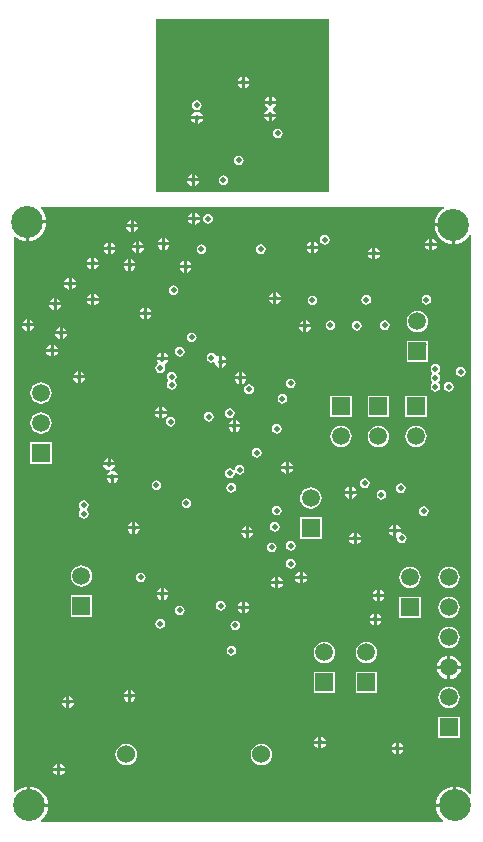
<source format=gbr>
%TF.GenerationSoftware,Altium Limited,Altium Designer,19.1.5 (86)*%
G04 Layer_Physical_Order=3*
G04 Layer_Color=16440176*
%FSLAX26Y26*%
%MOIN*%
%TF.FileFunction,Copper,L3,Inr,Signal*%
%TF.Part,Single*%
G01*
G75*
%TA.AperFunction,Conductor*%
%ADD32C,0.010000*%
%TA.AperFunction,ComponentPad*%
%ADD35R,0.059055X0.059055*%
%ADD36C,0.059055*%
%ADD37C,0.060000*%
%TA.AperFunction,ViaPad*%
%ADD38C,0.020000*%
%ADD39C,0.106299*%
G36*
X3183935Y2120000D02*
X3179746Y2117761D01*
X3170130Y2109870D01*
X3162239Y2100254D01*
X3156375Y2089283D01*
X3152764Y2077380D01*
X3152037Y2070000D01*
X3215000D01*
Y2065000D01*
X3220000D01*
Y2002037D01*
X3227380Y2002764D01*
X3239283Y2006375D01*
X3250254Y2012239D01*
X3259870Y2020130D01*
X3267761Y2029746D01*
X3270000Y2033935D01*
X3275000Y2032682D01*
Y170407D01*
X3270000Y168618D01*
X3264870Y174870D01*
X3255254Y182761D01*
X3244283Y188625D01*
X3232380Y192236D01*
X3225000Y192963D01*
Y130000D01*
X3220000D01*
Y125000D01*
X3157037D01*
X3157764Y117621D01*
X3161375Y105717D01*
X3167239Y94746D01*
X3175130Y85130D01*
X3181382Y80000D01*
X3179593Y75000D01*
X1840407D01*
X1838618Y80000D01*
X1844870Y85130D01*
X1852761Y94746D01*
X1858625Y105717D01*
X1862236Y117621D01*
X1862963Y125000D01*
X1800000D01*
Y130000D01*
X1795000D01*
Y192963D01*
X1787620Y192236D01*
X1775717Y188625D01*
X1764746Y182761D01*
X1755130Y174870D01*
X1754708Y174355D01*
X1750000Y176039D01*
Y2023769D01*
X1755000Y2026134D01*
X1759746Y2022239D01*
X1770717Y2016375D01*
X1782620Y2012764D01*
X1790000Y2012037D01*
Y2075000D01*
X1795000D01*
Y2080000D01*
X1857963D01*
X1857236Y2087380D01*
X1853625Y2099283D01*
X1847761Y2110254D01*
X1839870Y2119870D01*
X1839355Y2120292D01*
X1841039Y2125000D01*
X3182682D01*
X3183935Y2120000D01*
D02*
G37*
G36*
X2800000Y2175000D02*
X2225000D01*
Y2750000D01*
X2800000D01*
Y2175000D01*
D02*
G37*
%LPC*%
G36*
X2355000Y2104759D02*
Y2090362D01*
X2369397D01*
X2368840Y2093165D01*
X2364419Y2099781D01*
X2357804Y2104201D01*
X2355000Y2104759D01*
D02*
G37*
G36*
X2345000D02*
X2342196Y2104201D01*
X2335581Y2099781D01*
X2331160Y2093165D01*
X2330603Y2090362D01*
X2345000D01*
Y2104759D01*
D02*
G37*
G36*
X2396872Y2101675D02*
X2390630Y2100434D01*
X2385337Y2096897D01*
X2381801Y2091605D01*
X2380559Y2085362D01*
X2381801Y2079119D01*
X2385337Y2073826D01*
X2390630Y2070290D01*
X2396872Y2069048D01*
X2403115Y2070290D01*
X2408408Y2073826D01*
X2411944Y2079119D01*
X2413186Y2085362D01*
X2411944Y2091605D01*
X2408408Y2096897D01*
X2403115Y2100434D01*
X2396872Y2101675D01*
D02*
G37*
G36*
X2148900Y2080838D02*
Y2066441D01*
X2163298D01*
X2162740Y2069244D01*
X2158320Y2075860D01*
X2151704Y2080280D01*
X2148900Y2080838D01*
D02*
G37*
G36*
X2138900D02*
X2136097Y2080280D01*
X2129481Y2075860D01*
X2125061Y2069244D01*
X2124503Y2066441D01*
X2138900D01*
Y2080838D01*
D02*
G37*
G36*
X2369397Y2080362D02*
X2355000D01*
Y2065965D01*
X2357804Y2066522D01*
X2364419Y2070943D01*
X2368840Y2077558D01*
X2369397Y2080362D01*
D02*
G37*
G36*
X2345000D02*
X2330603D01*
X2331160Y2077558D01*
X2335581Y2070943D01*
X2342196Y2066522D01*
X2345000Y2065965D01*
Y2080362D01*
D02*
G37*
G36*
X2163298Y2056441D02*
X2148900D01*
Y2042043D01*
X2151704Y2042601D01*
X2158320Y2047021D01*
X2162740Y2053637D01*
X2163298Y2056441D01*
D02*
G37*
G36*
X2138900D02*
X2124503D01*
X2125061Y2053637D01*
X2129481Y2047021D01*
X2136097Y2042601D01*
X2138900Y2042043D01*
Y2056441D01*
D02*
G37*
G36*
X1857963Y2070000D02*
X1800000D01*
Y2012037D01*
X1807380Y2012764D01*
X1819283Y2016375D01*
X1830254Y2022239D01*
X1839870Y2030130D01*
X1847761Y2039746D01*
X1853625Y2050717D01*
X1857236Y2062620D01*
X1857963Y2070000D01*
D02*
G37*
G36*
X2253499Y2020838D02*
Y2006441D01*
X2267897D01*
X2267339Y2009244D01*
X2262919Y2015860D01*
X2256303Y2020280D01*
X2253499Y2020838D01*
D02*
G37*
G36*
X2243499D02*
X2240696Y2020280D01*
X2234080Y2015860D01*
X2229660Y2009244D01*
X2229102Y2006441D01*
X2243499D01*
Y2020838D01*
D02*
G37*
G36*
X3145000Y2019397D02*
Y2005000D01*
X3159397D01*
X3158840Y2007804D01*
X3154419Y2014419D01*
X3147804Y2018840D01*
X3145000Y2019397D01*
D02*
G37*
G36*
X3135000D02*
X3132196Y2018840D01*
X3125581Y2014419D01*
X3121160Y2007804D01*
X3120603Y2005000D01*
X3135000D01*
Y2019397D01*
D02*
G37*
G36*
X3210000Y2060000D02*
X3152037D01*
X3152764Y2052620D01*
X3156375Y2040717D01*
X3162239Y2029746D01*
X3170130Y2020130D01*
X3179746Y2012239D01*
X3190717Y2006375D01*
X3202620Y2002764D01*
X3210000Y2002037D01*
Y2060000D01*
D02*
G37*
G36*
X2786099Y2031313D02*
X2779856Y2030072D01*
X2774563Y2026535D01*
X2771027Y2021243D01*
X2769785Y2015000D01*
X2771027Y2008757D01*
X2774563Y2003465D01*
X2779856Y1999928D01*
X2786099Y1998687D01*
X2792342Y1999928D01*
X2797634Y2003465D01*
X2801171Y2008757D01*
X2802412Y2015000D01*
X2801171Y2021243D01*
X2797634Y2026535D01*
X2792342Y2030072D01*
X2786099Y2031313D01*
D02*
G37*
G36*
X2168094Y2010838D02*
Y1996441D01*
X2182492D01*
X2181934Y1999244D01*
X2177514Y2005860D01*
X2170898Y2010280D01*
X2168094Y2010838D01*
D02*
G37*
G36*
X2158094D02*
X2155291Y2010280D01*
X2148675Y2005860D01*
X2144255Y1999244D01*
X2143697Y1996441D01*
X2158094D01*
Y2010838D01*
D02*
G37*
G36*
X2750000Y2009397D02*
Y1995000D01*
X2764397D01*
X2763840Y1997804D01*
X2759419Y2004419D01*
X2752804Y2008840D01*
X2750000Y2009397D01*
D02*
G37*
G36*
X2740000D02*
X2737196Y2008840D01*
X2730581Y2004419D01*
X2726160Y1997804D01*
X2725603Y1995000D01*
X2740000D01*
Y2009397D01*
D02*
G37*
G36*
X2073349Y2005838D02*
Y1991441D01*
X2087746D01*
X2087189Y1994244D01*
X2082768Y2000860D01*
X2076153Y2005280D01*
X2073349Y2005838D01*
D02*
G37*
G36*
X2063349D02*
X2060546Y2005280D01*
X2053930Y2000860D01*
X2049510Y1994244D01*
X2048952Y1991441D01*
X2063349D01*
Y2005838D01*
D02*
G37*
G36*
X2267897Y1996441D02*
X2253499D01*
Y1982043D01*
X2256303Y1982601D01*
X2262919Y1987021D01*
X2267339Y1993637D01*
X2267897Y1996441D01*
D02*
G37*
G36*
X2243499D02*
X2229102D01*
X2229660Y1993637D01*
X2234080Y1987021D01*
X2240696Y1982601D01*
X2243499Y1982043D01*
Y1996441D01*
D02*
G37*
G36*
X3159397Y1995000D02*
X3145000D01*
Y1980603D01*
X3147804Y1981160D01*
X3154419Y1985581D01*
X3158840Y1992196D01*
X3159397Y1995000D01*
D02*
G37*
G36*
X3135000D02*
X3120603D01*
X3121160Y1992196D01*
X3125581Y1985581D01*
X3132196Y1981160D01*
X3135000Y1980603D01*
Y1995000D01*
D02*
G37*
G36*
X2955000Y1989397D02*
Y1975000D01*
X2969397D01*
X2968840Y1977804D01*
X2964419Y1984419D01*
X2957804Y1988840D01*
X2955000Y1989397D01*
D02*
G37*
G36*
X2945000D02*
X2942196Y1988840D01*
X2935581Y1984419D01*
X2931160Y1977804D01*
X2930603Y1975000D01*
X2945000D01*
Y1989397D01*
D02*
G37*
G36*
X2182492Y1986441D02*
X2168094D01*
Y1972043D01*
X2170898Y1972601D01*
X2177514Y1977021D01*
X2181934Y1983637D01*
X2182492Y1986441D01*
D02*
G37*
G36*
X2158094D02*
X2143697D01*
X2144255Y1983637D01*
X2148675Y1977021D01*
X2155291Y1972601D01*
X2158094Y1972043D01*
Y1986441D01*
D02*
G37*
G36*
X2764397Y1985000D02*
X2750000D01*
Y1970603D01*
X2752804Y1971160D01*
X2759419Y1975581D01*
X2763840Y1982196D01*
X2764397Y1985000D01*
D02*
G37*
G36*
X2740000D02*
X2725603D01*
X2726160Y1982196D01*
X2730581Y1975581D01*
X2737196Y1971160D01*
X2740000Y1970603D01*
Y1985000D01*
D02*
G37*
G36*
X2572417Y2000212D02*
X2566175Y1998970D01*
X2560882Y1995434D01*
X2557346Y1990142D01*
X2556104Y1983899D01*
X2557346Y1977656D01*
X2560882Y1972363D01*
X2566175Y1968827D01*
X2572417Y1967585D01*
X2578660Y1968827D01*
X2583953Y1972363D01*
X2587489Y1977656D01*
X2588731Y1983899D01*
X2587489Y1990142D01*
X2583953Y1995434D01*
X2578660Y1998970D01*
X2572417Y2000212D01*
D02*
G37*
G36*
X2375000D02*
X2368757Y1998970D01*
X2363465Y1995434D01*
X2359928Y1990142D01*
X2358686Y1983899D01*
X2359928Y1977656D01*
X2363465Y1972363D01*
X2368757Y1968827D01*
X2375000Y1967585D01*
X2381243Y1968827D01*
X2386535Y1972363D01*
X2390072Y1977656D01*
X2391314Y1983899D01*
X2390072Y1990142D01*
X2386535Y1995434D01*
X2381243Y1998970D01*
X2375000Y2000212D01*
D02*
G37*
G36*
X2087746Y1981441D02*
X2073349D01*
Y1967043D01*
X2076153Y1967601D01*
X2082768Y1972021D01*
X2087189Y1978637D01*
X2087746Y1981441D01*
D02*
G37*
G36*
X2063349D02*
X2048952D01*
X2049510Y1978637D01*
X2053930Y1972021D01*
X2060546Y1967601D01*
X2063349Y1967043D01*
Y1981441D01*
D02*
G37*
G36*
X2969397Y1965000D02*
X2955000D01*
Y1950603D01*
X2957804Y1951160D01*
X2964419Y1955581D01*
X2968840Y1962196D01*
X2969397Y1965000D01*
D02*
G37*
G36*
X2945000D02*
X2930603D01*
X2931160Y1962196D01*
X2935581Y1955581D01*
X2942196Y1951160D01*
X2945000Y1950603D01*
Y1965000D01*
D02*
G37*
G36*
X2017908Y1955838D02*
Y1941441D01*
X2032306D01*
X2031748Y1944244D01*
X2027328Y1950860D01*
X2020712Y1955280D01*
X2017908Y1955838D01*
D02*
G37*
G36*
X2007908D02*
X2005105Y1955280D01*
X1998489Y1950860D01*
X1994069Y1944244D01*
X1993511Y1941441D01*
X2007908D01*
Y1955838D01*
D02*
G37*
G36*
X2140256Y1950838D02*
Y1936441D01*
X2154653D01*
X2154095Y1939244D01*
X2149675Y1945860D01*
X2143059Y1950280D01*
X2140256Y1950838D01*
D02*
G37*
G36*
X2130256D02*
X2127452Y1950280D01*
X2120836Y1945860D01*
X2116416Y1939244D01*
X2115858Y1936441D01*
X2130256D01*
Y1950838D01*
D02*
G37*
G36*
X2326941Y1944851D02*
Y1930454D01*
X2341338D01*
X2340780Y1933257D01*
X2336360Y1939873D01*
X2329744Y1944293D01*
X2326941Y1944851D01*
D02*
G37*
G36*
X2316941D02*
X2314137Y1944293D01*
X2307521Y1939873D01*
X2303101Y1933257D01*
X2302543Y1930454D01*
X2316941D01*
Y1944851D01*
D02*
G37*
G36*
X2032306Y1931441D02*
X2017908D01*
Y1917043D01*
X2020712Y1917601D01*
X2027328Y1922021D01*
X2031748Y1928637D01*
X2032306Y1931441D01*
D02*
G37*
G36*
X2007908D02*
X1993511D01*
X1994069Y1928637D01*
X1998489Y1922021D01*
X2005105Y1917601D01*
X2007908Y1917043D01*
Y1931441D01*
D02*
G37*
G36*
X2154653Y1926441D02*
X2140256D01*
Y1912043D01*
X2143059Y1912601D01*
X2149675Y1917021D01*
X2154095Y1923637D01*
X2154653Y1926441D01*
D02*
G37*
G36*
X2130256D02*
X2115858D01*
X2116416Y1923637D01*
X2120836Y1917021D01*
X2127452Y1912601D01*
X2130256Y1912043D01*
Y1926441D01*
D02*
G37*
G36*
X2341338Y1920454D02*
X2326941D01*
Y1906057D01*
X2329744Y1906614D01*
X2336360Y1911035D01*
X2340780Y1917650D01*
X2341338Y1920454D01*
D02*
G37*
G36*
X2316941D02*
X2302543D01*
X2303101Y1917650D01*
X2307521Y1911035D01*
X2314137Y1906614D01*
X2316941Y1906057D01*
Y1920454D01*
D02*
G37*
G36*
X1941941Y1888240D02*
Y1873842D01*
X1956338D01*
X1955780Y1876646D01*
X1951360Y1883262D01*
X1944744Y1887682D01*
X1941941Y1888240D01*
D02*
G37*
G36*
X1931941D02*
X1929137Y1887682D01*
X1922521Y1883262D01*
X1918101Y1876646D01*
X1917543Y1873842D01*
X1931941D01*
Y1888240D01*
D02*
G37*
G36*
X1956338Y1863842D02*
X1941941D01*
Y1849445D01*
X1944744Y1850003D01*
X1951360Y1854423D01*
X1955780Y1861039D01*
X1956338Y1863842D01*
D02*
G37*
G36*
X1931941D02*
X1917543D01*
X1918101Y1861039D01*
X1922521Y1854423D01*
X1929137Y1850003D01*
X1931941Y1849445D01*
Y1863842D01*
D02*
G37*
G36*
X2281849Y1863741D02*
X2275606Y1862499D01*
X2270313Y1858963D01*
X2266777Y1853670D01*
X2265535Y1847427D01*
X2266777Y1841184D01*
X2270313Y1835892D01*
X2275606Y1832356D01*
X2281849Y1831114D01*
X2288092Y1832356D01*
X2293384Y1835892D01*
X2296921Y1841184D01*
X2298162Y1847427D01*
X2296921Y1853670D01*
X2293384Y1858963D01*
X2288092Y1862499D01*
X2281849Y1863741D01*
D02*
G37*
G36*
X2625000Y1840384D02*
Y1825987D01*
X2639397D01*
X2638840Y1828790D01*
X2634419Y1835406D01*
X2627804Y1839826D01*
X2625000Y1840384D01*
D02*
G37*
G36*
X2615000D02*
X2612196Y1839826D01*
X2605581Y1835406D01*
X2601160Y1828790D01*
X2600603Y1825987D01*
X2615000D01*
Y1840384D01*
D02*
G37*
G36*
X2018397Y1836662D02*
Y1822265D01*
X2032795D01*
X2032237Y1825068D01*
X2027816Y1831684D01*
X2021201Y1836104D01*
X2018397Y1836662D01*
D02*
G37*
G36*
X2008397D02*
X2005594Y1836104D01*
X1998978Y1831684D01*
X1994558Y1825068D01*
X1994000Y1822265D01*
X2008397D01*
Y1836662D01*
D02*
G37*
G36*
X1891941Y1820838D02*
Y1806441D01*
X1906338D01*
X1905780Y1809244D01*
X1901360Y1815860D01*
X1894744Y1820280D01*
X1891941Y1820838D01*
D02*
G37*
G36*
X1881941D02*
X1879137Y1820280D01*
X1872521Y1815860D01*
X1868101Y1809244D01*
X1867543Y1806441D01*
X1881941D01*
Y1820838D01*
D02*
G37*
G36*
X2639397Y1815987D02*
X2625000D01*
Y1801590D01*
X2627804Y1802147D01*
X2634419Y1806568D01*
X2638840Y1813183D01*
X2639397Y1815987D01*
D02*
G37*
G36*
X2615000D02*
X2600603D01*
X2601160Y1813183D01*
X2605581Y1806568D01*
X2612196Y1802147D01*
X2615000Y1801590D01*
Y1815987D01*
D02*
G37*
G36*
X3125000Y1832140D02*
X3118757Y1830898D01*
X3113465Y1827362D01*
X3109928Y1822070D01*
X3108686Y1815827D01*
X3109928Y1809584D01*
X3113465Y1804291D01*
X3118757Y1800755D01*
X3125000Y1799513D01*
X3131243Y1800755D01*
X3136535Y1804291D01*
X3140072Y1809584D01*
X3141314Y1815827D01*
X3140072Y1822070D01*
X3136535Y1827362D01*
X3131243Y1830898D01*
X3125000Y1832140D01*
D02*
G37*
G36*
X2924472D02*
X2918229Y1830898D01*
X2912937Y1827362D01*
X2909401Y1822070D01*
X2908159Y1815827D01*
X2909401Y1809584D01*
X2912937Y1804291D01*
X2918229Y1800755D01*
X2924472Y1799513D01*
X2930715Y1800755D01*
X2936008Y1804291D01*
X2939544Y1809584D01*
X2940786Y1815827D01*
X2939544Y1822070D01*
X2936008Y1827362D01*
X2930715Y1830898D01*
X2924472Y1832140D01*
D02*
G37*
G36*
X2032795Y1812265D02*
X2018397D01*
Y1797868D01*
X2021201Y1798425D01*
X2027816Y1802846D01*
X2032237Y1809461D01*
X2032795Y1812265D01*
D02*
G37*
G36*
X2008397D02*
X1994000D01*
X1994558Y1809461D01*
X1998978Y1802846D01*
X2005594Y1798425D01*
X2008397Y1797868D01*
Y1812265D01*
D02*
G37*
G36*
X2745000Y1829518D02*
X2738757Y1828276D01*
X2733465Y1824740D01*
X2729928Y1819448D01*
X2728686Y1813205D01*
X2729928Y1806962D01*
X2733465Y1801669D01*
X2738757Y1798133D01*
X2745000Y1796891D01*
X2751243Y1798133D01*
X2756535Y1801669D01*
X2760072Y1806962D01*
X2761314Y1813205D01*
X2760072Y1819448D01*
X2756535Y1824740D01*
X2751243Y1828276D01*
X2745000Y1829518D01*
D02*
G37*
G36*
X1906338Y1796441D02*
X1891941D01*
Y1782043D01*
X1894744Y1782601D01*
X1901360Y1787021D01*
X1905780Y1793637D01*
X1906338Y1796441D01*
D02*
G37*
G36*
X1881941D02*
X1867543D01*
X1868101Y1793637D01*
X1872521Y1787021D01*
X1879137Y1782601D01*
X1881941Y1782043D01*
Y1796441D01*
D02*
G37*
G36*
X2193120Y1789954D02*
Y1775556D01*
X2207518D01*
X2206960Y1778360D01*
X2202540Y1784975D01*
X2195924Y1789396D01*
X2193120Y1789954D01*
D02*
G37*
G36*
X2183120D02*
X2180317Y1789396D01*
X2173701Y1784975D01*
X2169281Y1778360D01*
X2168723Y1775556D01*
X2183120D01*
Y1789954D01*
D02*
G37*
G36*
X2207518Y1765556D02*
X2193120D01*
Y1751159D01*
X2195924Y1751717D01*
X2202540Y1756137D01*
X2206960Y1762753D01*
X2207518Y1765556D01*
D02*
G37*
G36*
X2183120D02*
X2168723D01*
X2169281Y1762753D01*
X2173701Y1756137D01*
X2180317Y1751717D01*
X2183120Y1751159D01*
Y1765556D01*
D02*
G37*
G36*
X1801941Y1750838D02*
Y1736441D01*
X1816338D01*
X1815780Y1739244D01*
X1811360Y1745860D01*
X1804744Y1750280D01*
X1801941Y1750838D01*
D02*
G37*
G36*
X1791941D02*
X1789137Y1750280D01*
X1782521Y1745860D01*
X1778101Y1739244D01*
X1777543Y1736441D01*
X1791941D01*
Y1750838D01*
D02*
G37*
G36*
X2725000Y1747838D02*
Y1733441D01*
X2739397D01*
X2738840Y1736245D01*
X2734419Y1742860D01*
X2727804Y1747281D01*
X2725000Y1747838D01*
D02*
G37*
G36*
X2715000D02*
X2712196Y1747281D01*
X2705581Y1742860D01*
X2701160Y1736245D01*
X2700603Y1733441D01*
X2715000D01*
Y1747838D01*
D02*
G37*
G36*
X2986486Y1747349D02*
X2980243Y1746108D01*
X2974950Y1742571D01*
X2971414Y1737279D01*
X2970172Y1731036D01*
X2971414Y1724793D01*
X2974950Y1719501D01*
X2980243Y1715964D01*
X2986486Y1714722D01*
X2992729Y1715964D01*
X2998021Y1719501D01*
X3001557Y1724793D01*
X3002799Y1731036D01*
X3001557Y1737279D01*
X2998021Y1742571D01*
X2992729Y1746108D01*
X2986486Y1747349D01*
D02*
G37*
G36*
X2805000Y1746853D02*
X2798757Y1745612D01*
X2793465Y1742075D01*
X2789928Y1736783D01*
X2788686Y1730540D01*
X2789928Y1724297D01*
X2793465Y1719005D01*
X2798757Y1715468D01*
X2805000Y1714226D01*
X2811243Y1715468D01*
X2816535Y1719005D01*
X2820072Y1724297D01*
X2821314Y1730540D01*
X2820072Y1736783D01*
X2816535Y1742075D01*
X2811243Y1745612D01*
X2805000Y1746853D01*
D02*
G37*
G36*
X2893347Y1745672D02*
X2887104Y1744431D01*
X2881811Y1740894D01*
X2878275Y1735602D01*
X2877033Y1729359D01*
X2878275Y1723116D01*
X2881811Y1717824D01*
X2887104Y1714287D01*
X2893347Y1713045D01*
X2899589Y1714287D01*
X2904882Y1717824D01*
X2908418Y1723116D01*
X2909660Y1729359D01*
X2908418Y1735602D01*
X2904882Y1740894D01*
X2899589Y1744431D01*
X2893347Y1745672D01*
D02*
G37*
G36*
X1816338Y1726441D02*
X1801941D01*
Y1712043D01*
X1804744Y1712601D01*
X1811360Y1717021D01*
X1815780Y1723637D01*
X1816338Y1726441D01*
D02*
G37*
G36*
X1791941D02*
X1777543D01*
X1778101Y1723637D01*
X1782521Y1717021D01*
X1789137Y1712601D01*
X1791941Y1712043D01*
Y1726441D01*
D02*
G37*
G36*
X1911905Y1724261D02*
Y1709864D01*
X1926303D01*
X1925745Y1712667D01*
X1921324Y1719283D01*
X1914709Y1723703D01*
X1911905Y1724261D01*
D02*
G37*
G36*
X1901905D02*
X1899102Y1723703D01*
X1892486Y1719283D01*
X1888066Y1712667D01*
X1887508Y1709864D01*
X1901905D01*
Y1724261D01*
D02*
G37*
G36*
X2739397Y1723441D02*
X2725000D01*
Y1709044D01*
X2727804Y1709601D01*
X2734419Y1714022D01*
X2738840Y1720638D01*
X2739397Y1723441D01*
D02*
G37*
G36*
X2715000D02*
X2700603D01*
X2701160Y1720638D01*
X2705581Y1714022D01*
X2712196Y1709601D01*
X2715000Y1709044D01*
Y1723441D01*
D02*
G37*
G36*
X3095000Y1779076D02*
X3085726Y1777855D01*
X3077083Y1774275D01*
X3069662Y1768580D01*
X3063967Y1761159D01*
X3060387Y1752516D01*
X3059166Y1743242D01*
X3060387Y1733967D01*
X3063967Y1725325D01*
X3069662Y1717903D01*
X3077083Y1712208D01*
X3085726Y1708629D01*
X3095000Y1707408D01*
X3104274Y1708629D01*
X3112917Y1712208D01*
X3120338Y1717903D01*
X3126033Y1725325D01*
X3129613Y1733967D01*
X3130834Y1743242D01*
X3129613Y1752516D01*
X3126033Y1761159D01*
X3120338Y1768580D01*
X3112917Y1774275D01*
X3104274Y1777855D01*
X3095000Y1779076D01*
D02*
G37*
G36*
X1926303Y1699864D02*
X1911905D01*
Y1685466D01*
X1914709Y1686024D01*
X1921324Y1690445D01*
X1925745Y1697060D01*
X1926303Y1699864D01*
D02*
G37*
G36*
X1901905D02*
X1887508D01*
X1888066Y1697060D01*
X1892486Y1690445D01*
X1899102Y1686024D01*
X1901905Y1685466D01*
Y1699864D01*
D02*
G37*
G36*
X2342196Y1706313D02*
X2335954Y1705072D01*
X2330661Y1701535D01*
X2327125Y1696243D01*
X2325883Y1690000D01*
X2327125Y1683757D01*
X2330661Y1678465D01*
X2335954Y1674928D01*
X2342196Y1673687D01*
X2348439Y1674928D01*
X2353732Y1678465D01*
X2357268Y1683757D01*
X2358510Y1690000D01*
X2357268Y1696243D01*
X2353732Y1701535D01*
X2348439Y1705072D01*
X2342196Y1706313D01*
D02*
G37*
G36*
X1881941Y1665838D02*
Y1651441D01*
X1896338D01*
X1895780Y1654244D01*
X1891360Y1660860D01*
X1884744Y1665280D01*
X1881941Y1665838D01*
D02*
G37*
G36*
X1871941D02*
X1869137Y1665280D01*
X1862521Y1660860D01*
X1858101Y1654244D01*
X1857543Y1651441D01*
X1871941D01*
Y1665838D01*
D02*
G37*
G36*
X1896338Y1641441D02*
X1881941D01*
Y1627043D01*
X1884744Y1627601D01*
X1891360Y1632021D01*
X1895780Y1638637D01*
X1896338Y1641441D01*
D02*
G37*
G36*
X1871941D02*
X1857543D01*
X1858101Y1638637D01*
X1862521Y1632021D01*
X1869137Y1627601D01*
X1871941Y1627043D01*
Y1641441D01*
D02*
G37*
G36*
X2302509Y1659042D02*
X2296266Y1657801D01*
X2290974Y1654264D01*
X2287438Y1648972D01*
X2286196Y1642729D01*
X2287438Y1636486D01*
X2290974Y1631194D01*
X2296266Y1627657D01*
X2302509Y1626415D01*
X2308752Y1627657D01*
X2314045Y1631194D01*
X2317581Y1636486D01*
X2318823Y1642729D01*
X2317581Y1648972D01*
X2314045Y1654264D01*
X2308752Y1657801D01*
X2302509Y1659042D01*
D02*
G37*
G36*
X2249918Y1638891D02*
Y1624493D01*
X2264316D01*
X2263758Y1627297D01*
X2259337Y1633913D01*
X2252722Y1638333D01*
X2249918Y1638891D01*
D02*
G37*
G36*
X2239918D02*
X2237115Y1638333D01*
X2230499Y1633913D01*
X2226079Y1627297D01*
X2225521Y1624493D01*
X2239918D01*
Y1638891D01*
D02*
G37*
G36*
X2443920Y1628543D02*
Y1614146D01*
X2458317D01*
X2457759Y1616949D01*
X2453339Y1623565D01*
X2446723Y1627985D01*
X2443920Y1628543D01*
D02*
G37*
G36*
X3119528Y1678985D02*
X3118443Y1678769D01*
X3059472D01*
Y1607714D01*
X3130528D01*
Y1666685D01*
X3130743Y1667769D01*
X3130528Y1668853D01*
Y1678769D01*
X3120612D01*
X3119528Y1678985D01*
D02*
G37*
G36*
X2458317Y1604146D02*
X2443920D01*
Y1589748D01*
X2446723Y1590306D01*
X2453339Y1594727D01*
X2457759Y1601342D01*
X2458317Y1604146D01*
D02*
G37*
G36*
X2408408Y1638341D02*
X2402165Y1637099D01*
X2396872Y1633563D01*
X2393336Y1628271D01*
X2392094Y1622028D01*
X2393336Y1615785D01*
X2396872Y1610492D01*
X2402165Y1606956D01*
X2408408Y1605714D01*
X2413895Y1606806D01*
X2415318Y1606576D01*
X2419513Y1604191D01*
X2420080Y1601342D01*
X2424500Y1594727D01*
X2431116Y1590306D01*
X2433920Y1589748D01*
Y1609146D01*
Y1628543D01*
X2431116Y1627985D01*
X2428925Y1626522D01*
X2423772Y1628177D01*
X2423190Y1628703D01*
X2419943Y1633563D01*
X2414651Y1637099D01*
X2408408Y1638341D01*
D02*
G37*
G36*
X2264316Y1614493D02*
X2225521D01*
X2226079Y1611690D01*
X2229314Y1606848D01*
X2228879Y1601326D01*
X2228482Y1600409D01*
X2226523Y1599099D01*
X2222986Y1593807D01*
X2221744Y1587564D01*
X2222986Y1581321D01*
X2226523Y1576028D01*
X2231815Y1572492D01*
X2238058Y1571250D01*
X2244301Y1572492D01*
X2249593Y1576028D01*
X2253130Y1581321D01*
X2254371Y1587564D01*
X2253130Y1593807D01*
X2252050Y1595422D01*
X2252722Y1600654D01*
X2259337Y1605074D01*
X2263758Y1611690D01*
X2264316Y1614493D01*
D02*
G37*
G36*
X1972190Y1577724D02*
Y1563327D01*
X1986588D01*
X1986030Y1566130D01*
X1981610Y1572746D01*
X1974994Y1577167D01*
X1972190Y1577724D01*
D02*
G37*
G36*
X1962190D02*
X1959387Y1577167D01*
X1952771Y1572746D01*
X1948351Y1566130D01*
X1947793Y1563327D01*
X1962190D01*
Y1577724D01*
D02*
G37*
G36*
X2510000Y1574397D02*
Y1560000D01*
X2524397D01*
X2523840Y1562804D01*
X2519419Y1569419D01*
X2512804Y1573840D01*
X2510000Y1574397D01*
D02*
G37*
G36*
X2500000D02*
X2497196Y1573840D01*
X2490581Y1569419D01*
X2486160Y1562804D01*
X2485603Y1560000D01*
X2500000D01*
Y1574397D01*
D02*
G37*
G36*
X3240000Y1591313D02*
X3233757Y1590072D01*
X3228465Y1586535D01*
X3224928Y1581243D01*
X3223686Y1575000D01*
X3224928Y1568757D01*
X3228465Y1563465D01*
X3233757Y1559928D01*
X3240000Y1558687D01*
X3246243Y1559928D01*
X3251535Y1563465D01*
X3255072Y1568757D01*
X3256314Y1575000D01*
X3255072Y1581243D01*
X3251535Y1586535D01*
X3246243Y1590072D01*
X3240000Y1591313D01*
D02*
G37*
G36*
X1986588Y1553327D02*
X1972190D01*
Y1538930D01*
X1974994Y1539487D01*
X1981610Y1543908D01*
X1986030Y1550523D01*
X1986588Y1553327D01*
D02*
G37*
G36*
X1962190D02*
X1947793D01*
X1948351Y1550523D01*
X1952771Y1543908D01*
X1959387Y1539487D01*
X1962190Y1538930D01*
Y1553327D01*
D02*
G37*
G36*
X2524397Y1550000D02*
X2510000D01*
Y1535603D01*
X2512804Y1536160D01*
X2519419Y1540581D01*
X2523840Y1547196D01*
X2524397Y1550000D01*
D02*
G37*
G36*
X2500000D02*
X2485603D01*
X2486160Y1547196D01*
X2490581Y1540581D01*
X2497196Y1536160D01*
X2500000Y1535603D01*
Y1550000D01*
D02*
G37*
G36*
X2672474Y1552759D02*
X2666231Y1551517D01*
X2660939Y1547981D01*
X2657403Y1542688D01*
X2656161Y1536446D01*
X2657403Y1530203D01*
X2660939Y1524910D01*
X2666231Y1521374D01*
X2672474Y1520132D01*
X2678717Y1521374D01*
X2684010Y1524910D01*
X2687546Y1530203D01*
X2688788Y1536446D01*
X2687546Y1542688D01*
X2684010Y1547981D01*
X2678717Y1551517D01*
X2672474Y1552759D01*
D02*
G37*
G36*
X2276559Y1576039D02*
X2270316Y1574797D01*
X2265023Y1571260D01*
X2261487Y1565968D01*
X2260245Y1559725D01*
X2261487Y1553482D01*
X2265023Y1548190D01*
Y1543422D01*
X2261487Y1538129D01*
X2260245Y1531886D01*
X2261487Y1525643D01*
X2265023Y1520351D01*
X2270316Y1516815D01*
X2276559Y1515573D01*
X2282802Y1516815D01*
X2288094Y1520351D01*
X2291631Y1525643D01*
X2292872Y1531886D01*
X2291631Y1538129D01*
X2288094Y1543422D01*
Y1548190D01*
X2291631Y1553482D01*
X2292872Y1559725D01*
X2291631Y1565968D01*
X2288094Y1571260D01*
X2282802Y1574797D01*
X2276559Y1576039D01*
D02*
G37*
G36*
X3200000Y1541313D02*
X3193757Y1540072D01*
X3188465Y1536535D01*
X3184928Y1531243D01*
X3183686Y1525000D01*
X3184928Y1518757D01*
X3188465Y1513465D01*
X3193757Y1509928D01*
X3200000Y1508687D01*
X3206243Y1509928D01*
X3211535Y1513465D01*
X3215072Y1518757D01*
X3216314Y1525000D01*
X3215072Y1531243D01*
X3211535Y1536535D01*
X3206243Y1540072D01*
X3200000Y1541313D01*
D02*
G37*
G36*
X3155000Y1601313D02*
X3148757Y1600072D01*
X3143465Y1596535D01*
X3139928Y1591243D01*
X3138686Y1585000D01*
X3139928Y1578757D01*
X3143465Y1573465D01*
X3144908Y1572500D01*
Y1567500D01*
X3143465Y1566535D01*
X3139928Y1561243D01*
X3138686Y1555000D01*
X3139928Y1548757D01*
X3143465Y1543465D01*
X3144908Y1542500D01*
Y1537500D01*
X3143465Y1536535D01*
X3139928Y1531243D01*
X3138686Y1525000D01*
X3139928Y1518757D01*
X3143465Y1513465D01*
X3148757Y1509928D01*
X3155000Y1508687D01*
X3161243Y1509928D01*
X3166535Y1513465D01*
X3170072Y1518757D01*
X3171314Y1525000D01*
X3170072Y1531243D01*
X3166535Y1536535D01*
X3165092Y1537500D01*
Y1542500D01*
X3166535Y1543465D01*
X3170072Y1548757D01*
X3171314Y1555000D01*
X3170072Y1561243D01*
X3166535Y1566535D01*
X3165092Y1567500D01*
Y1572500D01*
X3166535Y1573465D01*
X3170072Y1578757D01*
X3171314Y1585000D01*
X3170072Y1591243D01*
X3166535Y1596535D01*
X3161243Y1600072D01*
X3155000Y1601313D01*
D02*
G37*
G36*
X2533425Y1533781D02*
X2527182Y1532539D01*
X2521890Y1529003D01*
X2518353Y1523710D01*
X2517111Y1517467D01*
X2518353Y1511224D01*
X2521890Y1505932D01*
X2527182Y1502395D01*
X2533425Y1501154D01*
X2539668Y1502395D01*
X2544960Y1505932D01*
X2548497Y1511224D01*
X2549738Y1517467D01*
X2548497Y1523710D01*
X2544960Y1529003D01*
X2539668Y1532539D01*
X2533425Y1533781D01*
D02*
G37*
G36*
X1840000Y1540834D02*
X1830726Y1539613D01*
X1822083Y1536033D01*
X1814661Y1530339D01*
X1808967Y1522917D01*
X1805387Y1514274D01*
X1804166Y1505000D01*
X1805387Y1495726D01*
X1808967Y1487083D01*
X1814661Y1479661D01*
X1822083Y1473967D01*
X1830726Y1470387D01*
X1840000Y1469166D01*
X1849274Y1470387D01*
X1857917Y1473967D01*
X1865339Y1479661D01*
X1871033Y1487083D01*
X1874613Y1495726D01*
X1875834Y1505000D01*
X1874613Y1514274D01*
X1871033Y1522917D01*
X1865339Y1530339D01*
X1857917Y1536033D01*
X1849274Y1539613D01*
X1840000Y1540834D01*
D02*
G37*
G36*
X2645000Y1501313D02*
X2638757Y1500072D01*
X2633465Y1496535D01*
X2629928Y1491243D01*
X2628686Y1485000D01*
X2629928Y1478757D01*
X2633465Y1473465D01*
X2638757Y1469928D01*
X2645000Y1468687D01*
X2651243Y1469928D01*
X2656535Y1473465D01*
X2660072Y1478757D01*
X2661314Y1485000D01*
X2660072Y1491243D01*
X2656535Y1496535D01*
X2651243Y1500072D01*
X2645000Y1501313D01*
D02*
G37*
G36*
X2245000Y1459397D02*
Y1445000D01*
X2259397D01*
X2258840Y1447804D01*
X2254419Y1454419D01*
X2247804Y1458840D01*
X2245000Y1459397D01*
D02*
G37*
G36*
X2235000D02*
X2232196Y1458840D01*
X2225581Y1454419D01*
X2221160Y1447804D01*
X2220603Y1445000D01*
X2235000D01*
Y1459397D01*
D02*
G37*
G36*
X3125528Y1495527D02*
X3054472D01*
Y1424473D01*
X3125528D01*
Y1495527D01*
D02*
G37*
G36*
X3000528D02*
X2929472D01*
Y1424473D01*
X3000528D01*
Y1495527D01*
D02*
G37*
G36*
X2875528D02*
X2804472D01*
Y1424473D01*
X2875528D01*
Y1495527D01*
D02*
G37*
G36*
X2469431Y1453548D02*
X2463189Y1452306D01*
X2457896Y1448770D01*
X2454360Y1443477D01*
X2453118Y1437234D01*
X2454360Y1430991D01*
X2457896Y1425699D01*
X2463189Y1422162D01*
X2469431Y1420921D01*
X2475674Y1422162D01*
X2480967Y1425699D01*
X2484503Y1430991D01*
X2485745Y1437234D01*
X2484503Y1443477D01*
X2480967Y1448770D01*
X2475674Y1452306D01*
X2469431Y1453548D01*
D02*
G37*
G36*
X2259397Y1435000D02*
X2245000D01*
Y1420603D01*
X2247804Y1421160D01*
X2254419Y1425581D01*
X2258840Y1432196D01*
X2259397Y1435000D01*
D02*
G37*
G36*
X2235000D02*
X2220603D01*
X2221160Y1432196D01*
X2225581Y1425581D01*
X2232196Y1421160D01*
X2235000Y1420603D01*
Y1435000D01*
D02*
G37*
G36*
X2399638Y1442337D02*
X2393396Y1441095D01*
X2388103Y1437559D01*
X2384567Y1432266D01*
X2383325Y1426024D01*
X2384567Y1419781D01*
X2388103Y1414488D01*
X2393396Y1410952D01*
X2399638Y1409710D01*
X2405881Y1410952D01*
X2411174Y1414488D01*
X2414710Y1419781D01*
X2415952Y1426024D01*
X2414710Y1432266D01*
X2411174Y1437559D01*
X2405881Y1441095D01*
X2399638Y1442337D01*
D02*
G37*
G36*
X2490000Y1414397D02*
Y1400000D01*
X2504397D01*
X2503840Y1402804D01*
X2499419Y1409419D01*
X2492804Y1413840D01*
X2490000Y1414397D01*
D02*
G37*
G36*
X2480000D02*
X2477196Y1413840D01*
X2470581Y1409419D01*
X2466160Y1402804D01*
X2465603Y1400000D01*
X2480000D01*
Y1414397D01*
D02*
G37*
G36*
X2271874Y1425709D02*
X2265631Y1424467D01*
X2260339Y1420931D01*
X2256803Y1415638D01*
X2255561Y1409395D01*
X2256803Y1403152D01*
X2260339Y1397860D01*
X2265631Y1394324D01*
X2271874Y1393082D01*
X2278117Y1394324D01*
X2283410Y1397860D01*
X2286946Y1403152D01*
X2288188Y1409395D01*
X2286946Y1415638D01*
X2283410Y1420931D01*
X2278117Y1424467D01*
X2271874Y1425709D01*
D02*
G37*
G36*
X2504397Y1390000D02*
X2490000D01*
Y1375603D01*
X2492804Y1376160D01*
X2499419Y1380581D01*
X2503840Y1387196D01*
X2504397Y1390000D01*
D02*
G37*
G36*
X2480000D02*
X2465603D01*
X2466160Y1387196D01*
X2470581Y1380581D01*
X2477196Y1376160D01*
X2480000Y1375603D01*
Y1390000D01*
D02*
G37*
G36*
X1840000Y1440834D02*
X1830726Y1439613D01*
X1822083Y1436033D01*
X1814661Y1430339D01*
X1808967Y1422917D01*
X1805387Y1414274D01*
X1804166Y1405000D01*
X1805387Y1395726D01*
X1808967Y1387083D01*
X1814661Y1379661D01*
X1822083Y1373967D01*
X1830726Y1370387D01*
X1840000Y1369166D01*
X1849274Y1370387D01*
X1857917Y1373967D01*
X1865339Y1379661D01*
X1871033Y1387083D01*
X1874613Y1395726D01*
X1875834Y1405000D01*
X1874613Y1414274D01*
X1871033Y1422917D01*
X1865339Y1430339D01*
X1857917Y1436033D01*
X1849274Y1439613D01*
X1840000Y1440834D01*
D02*
G37*
G36*
X2626575Y1401313D02*
X2620332Y1400072D01*
X2615040Y1396535D01*
X2611503Y1391243D01*
X2610262Y1385000D01*
X2611503Y1378757D01*
X2615040Y1373465D01*
X2620332Y1369928D01*
X2626575Y1368687D01*
X2632818Y1369928D01*
X2638110Y1373465D01*
X2641647Y1378757D01*
X2642889Y1385000D01*
X2641647Y1391243D01*
X2638110Y1396535D01*
X2632818Y1400072D01*
X2626575Y1401313D01*
D02*
G37*
G36*
X3090000Y1395834D02*
X3080726Y1394613D01*
X3072083Y1391033D01*
X3064662Y1385339D01*
X3058967Y1377917D01*
X3055387Y1369274D01*
X3054166Y1360000D01*
X3055387Y1350726D01*
X3058967Y1342083D01*
X3064662Y1334661D01*
X3072083Y1328967D01*
X3080726Y1325387D01*
X3090000Y1324166D01*
X3099274Y1325387D01*
X3107917Y1328967D01*
X3115338Y1334661D01*
X3121033Y1342083D01*
X3124613Y1350726D01*
X3125834Y1360000D01*
X3124613Y1369274D01*
X3121033Y1377917D01*
X3115338Y1385339D01*
X3107917Y1391033D01*
X3099274Y1394613D01*
X3090000Y1395834D01*
D02*
G37*
G36*
X2965000D02*
X2955726Y1394613D01*
X2947083Y1391033D01*
X2939662Y1385339D01*
X2933967Y1377917D01*
X2930387Y1369274D01*
X2929166Y1360000D01*
X2930387Y1350726D01*
X2933967Y1342083D01*
X2939662Y1334661D01*
X2947083Y1328967D01*
X2955726Y1325387D01*
X2965000Y1324166D01*
X2974274Y1325387D01*
X2982917Y1328967D01*
X2990338Y1334661D01*
X2996033Y1342083D01*
X2999613Y1350726D01*
X3000834Y1360000D01*
X2999613Y1369274D01*
X2996033Y1377917D01*
X2990338Y1385339D01*
X2982917Y1391033D01*
X2974274Y1394613D01*
X2965000Y1395834D01*
D02*
G37*
G36*
X2840000D02*
X2830726Y1394613D01*
X2822083Y1391033D01*
X2814662Y1385339D01*
X2808967Y1377917D01*
X2805387Y1369274D01*
X2804166Y1360000D01*
X2805387Y1350726D01*
X2808967Y1342083D01*
X2814662Y1334661D01*
X2822083Y1328967D01*
X2830726Y1325387D01*
X2840000Y1324166D01*
X2849274Y1325387D01*
X2857917Y1328967D01*
X2865338Y1334661D01*
X2871033Y1342083D01*
X2874613Y1350726D01*
X2875834Y1360000D01*
X2874613Y1369274D01*
X2871033Y1377917D01*
X2865338Y1385339D01*
X2857917Y1391033D01*
X2849274Y1394613D01*
X2840000Y1395834D01*
D02*
G37*
G36*
X2558877Y1321313D02*
X2552634Y1320072D01*
X2547341Y1316535D01*
X2543805Y1311243D01*
X2542563Y1305000D01*
X2543805Y1298757D01*
X2547341Y1293465D01*
X2552634Y1289928D01*
X2558877Y1288687D01*
X2565120Y1289928D01*
X2570412Y1293465D01*
X2573948Y1298757D01*
X2575190Y1305000D01*
X2573948Y1311243D01*
X2570412Y1316535D01*
X2565120Y1320072D01*
X2558877Y1321313D01*
D02*
G37*
G36*
X2071868Y1287822D02*
Y1273425D01*
X2086265D01*
X2085707Y1276228D01*
X2081287Y1282844D01*
X2074671Y1287264D01*
X2071868Y1287822D01*
D02*
G37*
G36*
X2061868D02*
X2059064Y1287264D01*
X2052449Y1282844D01*
X2048028Y1276228D01*
X2047470Y1273425D01*
X2061868D01*
Y1287822D01*
D02*
G37*
G36*
X1875527Y1340527D02*
X1804473D01*
Y1269473D01*
X1875527D01*
Y1340527D01*
D02*
G37*
G36*
X2665635Y1274983D02*
Y1260586D01*
X2680033D01*
X2679475Y1263389D01*
X2675055Y1270005D01*
X2668439Y1274425D01*
X2665635Y1274983D01*
D02*
G37*
G36*
X2655635D02*
X2652832Y1274425D01*
X2646216Y1270005D01*
X2641796Y1263389D01*
X2641238Y1260586D01*
X2655635D01*
Y1274983D01*
D02*
G37*
G36*
X2502042Y1265636D02*
X2495799Y1264394D01*
X2490506Y1260858D01*
X2486970Y1255565D01*
X2485882Y1250096D01*
X2483369Y1248935D01*
X2480860Y1248524D01*
X2475674Y1251988D01*
X2469431Y1253230D01*
X2463189Y1251988D01*
X2457896Y1248452D01*
X2454360Y1243160D01*
X2453118Y1236917D01*
X2454360Y1230674D01*
X2457896Y1225381D01*
X2463189Y1221845D01*
X2469431Y1220603D01*
X2475674Y1221845D01*
X2480967Y1225381D01*
X2484503Y1230674D01*
X2485591Y1236143D01*
X2488104Y1237303D01*
X2490614Y1237715D01*
X2495799Y1234250D01*
X2502042Y1233009D01*
X2508285Y1234250D01*
X2513577Y1237787D01*
X2517113Y1243079D01*
X2518355Y1249322D01*
X2517113Y1255565D01*
X2513577Y1260858D01*
X2508285Y1264394D01*
X2502042Y1265636D01*
D02*
G37*
G36*
X2680033Y1250586D02*
X2665635D01*
Y1236188D01*
X2668439Y1236746D01*
X2675055Y1241167D01*
X2679475Y1247782D01*
X2680033Y1250586D01*
D02*
G37*
G36*
X2655635D02*
X2641238D01*
X2641796Y1247782D01*
X2646216Y1241167D01*
X2652832Y1236746D01*
X2655635Y1236188D01*
Y1250586D01*
D02*
G37*
G36*
X2086265Y1263425D02*
X2047470D01*
X2048028Y1260621D01*
X2052449Y1254006D01*
X2059064Y1249585D01*
X2066868Y1248033D01*
X2069309Y1248519D01*
X2070621Y1243840D01*
X2064006Y1239419D01*
X2059585Y1232804D01*
X2059028Y1230000D01*
X2097822D01*
X2097265Y1232804D01*
X2092844Y1239419D01*
X2086229Y1243840D01*
X2078425Y1245392D01*
X2075983Y1244906D01*
X2074671Y1249585D01*
X2081287Y1254006D01*
X2085707Y1260621D01*
X2086265Y1263425D01*
D02*
G37*
G36*
X2097822Y1220000D02*
X2083425D01*
Y1205603D01*
X2086229Y1206160D01*
X2092844Y1210581D01*
X2097265Y1217196D01*
X2097822Y1220000D01*
D02*
G37*
G36*
X2073425D02*
X2059028D01*
X2059585Y1217196D01*
X2064006Y1210581D01*
X2070621Y1206160D01*
X2073425Y1205603D01*
Y1220000D01*
D02*
G37*
G36*
X2920000Y1220487D02*
X2913757Y1219245D01*
X2908465Y1215709D01*
X2904928Y1210416D01*
X2903686Y1204173D01*
X2904928Y1197930D01*
X2908465Y1192638D01*
X2913757Y1189101D01*
X2920000Y1187860D01*
X2926243Y1189101D01*
X2931535Y1192638D01*
X2935072Y1197930D01*
X2936314Y1204173D01*
X2935072Y1210416D01*
X2931535Y1215709D01*
X2926243Y1219245D01*
X2920000Y1220487D01*
D02*
G37*
G36*
X2225006Y1213235D02*
X2218763Y1211993D01*
X2213471Y1208457D01*
X2209934Y1203165D01*
X2208693Y1196922D01*
X2209934Y1190679D01*
X2213471Y1185386D01*
X2218763Y1181850D01*
X2225006Y1180608D01*
X2231249Y1181850D01*
X2236542Y1185386D01*
X2240078Y1190679D01*
X2241320Y1196922D01*
X2240078Y1203165D01*
X2236542Y1208457D01*
X2231249Y1211993D01*
X2225006Y1213235D01*
D02*
G37*
G36*
X2877582Y1191760D02*
Y1177362D01*
X2891979D01*
X2891421Y1180166D01*
X2887001Y1186782D01*
X2880385Y1191202D01*
X2877582Y1191760D01*
D02*
G37*
G36*
X2867582D02*
X2864778Y1191202D01*
X2858162Y1186782D01*
X2853742Y1180166D01*
X2853184Y1177362D01*
X2867582D01*
Y1191760D01*
D02*
G37*
G36*
X2474537Y1205495D02*
X2468294Y1204253D01*
X2463002Y1200717D01*
X2459465Y1195425D01*
X2458224Y1189182D01*
X2459465Y1182939D01*
X2463002Y1177646D01*
X2468294Y1174110D01*
X2474537Y1172868D01*
X2480780Y1174110D01*
X2486073Y1177646D01*
X2489609Y1182939D01*
X2490851Y1189182D01*
X2489609Y1195425D01*
X2486073Y1200717D01*
X2480780Y1204253D01*
X2474537Y1205495D01*
D02*
G37*
G36*
X3039406Y1203991D02*
X3033163Y1202749D01*
X3027871Y1199213D01*
X3024334Y1193921D01*
X3023093Y1187678D01*
X3024334Y1181435D01*
X3027871Y1176142D01*
X3033163Y1172606D01*
X3039406Y1171364D01*
X3045649Y1172606D01*
X3050941Y1176142D01*
X3054478Y1181435D01*
X3055720Y1187678D01*
X3054478Y1193921D01*
X3050941Y1199213D01*
X3045649Y1202749D01*
X3039406Y1203991D01*
D02*
G37*
G36*
X2891979Y1167362D02*
X2877582D01*
Y1152965D01*
X2880385Y1153523D01*
X2887001Y1157943D01*
X2891421Y1164559D01*
X2891979Y1167362D01*
D02*
G37*
G36*
X2867582D02*
X2853184D01*
X2853742Y1164559D01*
X2858162Y1157943D01*
X2864778Y1153523D01*
X2867582Y1152965D01*
Y1167362D01*
D02*
G37*
G36*
X2975000Y1181313D02*
X2968757Y1180072D01*
X2963465Y1176535D01*
X2959928Y1171243D01*
X2958686Y1165000D01*
X2959928Y1158757D01*
X2963465Y1153465D01*
X2968757Y1149928D01*
X2975000Y1148687D01*
X2981243Y1149928D01*
X2986535Y1153465D01*
X2990072Y1158757D01*
X2991314Y1165000D01*
X2990072Y1171243D01*
X2986535Y1176535D01*
X2981243Y1180072D01*
X2975000Y1181313D01*
D02*
G37*
G36*
X2325000Y1153737D02*
X2318757Y1152495D01*
X2313465Y1148959D01*
X2309928Y1143666D01*
X2308686Y1137424D01*
X2309928Y1131181D01*
X2313465Y1125888D01*
X2318757Y1122352D01*
X2325000Y1121110D01*
X2331243Y1122352D01*
X2336535Y1125888D01*
X2340072Y1131181D01*
X2341314Y1137424D01*
X2340072Y1143666D01*
X2336535Y1148959D01*
X2331243Y1152495D01*
X2325000Y1153737D01*
D02*
G37*
G36*
X2739685Y1190834D02*
X2730411Y1189613D01*
X2721768Y1186033D01*
X2714347Y1180339D01*
X2708652Y1172917D01*
X2705072Y1164274D01*
X2703851Y1155000D01*
X2705072Y1145726D01*
X2708652Y1137083D01*
X2714347Y1129661D01*
X2721768Y1123967D01*
X2730411Y1120387D01*
X2739685Y1119166D01*
X2748960Y1120387D01*
X2757602Y1123967D01*
X2765024Y1129661D01*
X2770718Y1137083D01*
X2774298Y1145726D01*
X2775519Y1155000D01*
X2774298Y1164274D01*
X2770718Y1172917D01*
X2765024Y1180339D01*
X2757602Y1186033D01*
X2748960Y1189613D01*
X2739685Y1190834D01*
D02*
G37*
G36*
X2626575Y1129350D02*
X2620332Y1128108D01*
X2615040Y1124572D01*
X2611503Y1119280D01*
X2610262Y1113037D01*
X2611503Y1106794D01*
X2615040Y1101501D01*
X2620332Y1097965D01*
X2626575Y1096723D01*
X2632818Y1097965D01*
X2638110Y1101501D01*
X2641647Y1106794D01*
X2642889Y1113037D01*
X2641647Y1119280D01*
X2638110Y1124572D01*
X2632818Y1128108D01*
X2626575Y1129350D01*
D02*
G37*
G36*
X3116505Y1127167D02*
X3110262Y1125925D01*
X3104969Y1122389D01*
X3101433Y1117096D01*
X3100191Y1110853D01*
X3101433Y1104610D01*
X3104969Y1099318D01*
X3110262Y1095782D01*
X3116505Y1094540D01*
X3122748Y1095782D01*
X3128040Y1099318D01*
X3131576Y1104610D01*
X3132818Y1110853D01*
X3131576Y1117096D01*
X3128040Y1122389D01*
X3122748Y1125925D01*
X3116505Y1127167D01*
D02*
G37*
G36*
X1982339Y1147597D02*
X1976096Y1146355D01*
X1970803Y1142819D01*
X1967267Y1137526D01*
X1966025Y1131283D01*
X1967267Y1125041D01*
X1970740Y1119843D01*
X1971459Y1118627D01*
Y1114310D01*
X1971270Y1114184D01*
X1967734Y1108891D01*
X1966492Y1102649D01*
X1967734Y1096406D01*
X1971270Y1091113D01*
X1976563Y1087577D01*
X1982806Y1086335D01*
X1989049Y1087577D01*
X1994341Y1091113D01*
X1997878Y1096406D01*
X1999119Y1102649D01*
X1997878Y1108891D01*
X1994405Y1114089D01*
X1993686Y1115305D01*
Y1119622D01*
X1993874Y1119748D01*
X1997410Y1125041D01*
X1998652Y1131283D01*
X1997410Y1137526D01*
X1993874Y1142819D01*
X1988582Y1146355D01*
X1982339Y1147597D01*
D02*
G37*
G36*
X2154396Y1074397D02*
Y1060000D01*
X2168793D01*
X2168235Y1062804D01*
X2163815Y1069419D01*
X2157199Y1073840D01*
X2154396Y1074397D01*
D02*
G37*
G36*
X2144396D02*
X2141592Y1073840D01*
X2134976Y1069419D01*
X2130556Y1062804D01*
X2129998Y1060000D01*
X2144396D01*
Y1074397D01*
D02*
G37*
G36*
X3025000Y1065106D02*
Y1050709D01*
X3039397D01*
X3038840Y1053512D01*
X3034419Y1060128D01*
X3027804Y1064548D01*
X3025000Y1065106D01*
D02*
G37*
G36*
X3015000D02*
X3012196Y1064548D01*
X3005581Y1060128D01*
X3001160Y1053512D01*
X3000603Y1050709D01*
X3015000D01*
Y1065106D01*
D02*
G37*
G36*
X2532345Y1061287D02*
Y1046890D01*
X2546742D01*
X2546184Y1049693D01*
X2541764Y1056309D01*
X2535148Y1060729D01*
X2532345Y1061287D01*
D02*
G37*
G36*
X2522345D02*
X2519541Y1060729D01*
X2512925Y1056309D01*
X2508505Y1049693D01*
X2507947Y1046890D01*
X2522345D01*
Y1061287D01*
D02*
G37*
G36*
X2620000Y1075644D02*
X2613757Y1074403D01*
X2608465Y1070866D01*
X2604928Y1065574D01*
X2603686Y1059331D01*
X2604928Y1053088D01*
X2608465Y1047795D01*
X2613757Y1044259D01*
X2620000Y1043017D01*
X2626243Y1044259D01*
X2631535Y1047795D01*
X2635072Y1053088D01*
X2636314Y1059331D01*
X2635072Y1065574D01*
X2631535Y1070866D01*
X2626243Y1074403D01*
X2620000Y1075644D01*
D02*
G37*
G36*
X2168793Y1050000D02*
X2154396D01*
Y1035603D01*
X2157199Y1036160D01*
X2163815Y1040581D01*
X2168235Y1047196D01*
X2168793Y1050000D01*
D02*
G37*
G36*
X2144396D02*
X2129998D01*
X2130556Y1047196D01*
X2134976Y1040581D01*
X2141592Y1036160D01*
X2144396Y1035603D01*
Y1050000D01*
D02*
G37*
G36*
X3015000Y1040709D02*
X3000603D01*
X3001160Y1037905D01*
X3005581Y1031290D01*
X3012196Y1026869D01*
X3015000Y1026311D01*
Y1040709D01*
D02*
G37*
G36*
X2891890Y1039397D02*
Y1025000D01*
X2906287D01*
X2905729Y1027804D01*
X2901309Y1034419D01*
X2894693Y1038840D01*
X2891890Y1039397D01*
D02*
G37*
G36*
X2881890D02*
X2879086Y1038840D01*
X2872470Y1034419D01*
X2868050Y1027804D01*
X2867492Y1025000D01*
X2881890D01*
Y1039397D01*
D02*
G37*
G36*
X2546742Y1036890D02*
X2532345D01*
Y1022492D01*
X2535148Y1023050D01*
X2541764Y1027471D01*
X2546184Y1034086D01*
X2546742Y1036890D01*
D02*
G37*
G36*
X2522345D02*
X2507947D01*
X2508505Y1034086D01*
X2512925Y1027471D01*
X2519541Y1023050D01*
X2522345Y1022492D01*
Y1036890D01*
D02*
G37*
G36*
X2775213Y1090527D02*
X2704158D01*
Y1019472D01*
X2775213D01*
Y1090527D01*
D02*
G37*
G36*
X3039397Y1040709D02*
X3025000D01*
Y1023952D01*
X3027284Y1021668D01*
X3026953Y1020000D01*
X3028194Y1013757D01*
X3031731Y1008465D01*
X3037023Y1004928D01*
X3043266Y1003687D01*
X3049509Y1004928D01*
X3054802Y1008465D01*
X3058338Y1013757D01*
X3059580Y1020000D01*
X3058338Y1026243D01*
X3054802Y1031535D01*
X3049509Y1035072D01*
X3043266Y1036313D01*
X3039383Y1040639D01*
X3039397Y1040709D01*
D02*
G37*
G36*
X2906287Y1015000D02*
X2891890D01*
Y1000603D01*
X2894693Y1001160D01*
X2901309Y1005581D01*
X2905729Y1012196D01*
X2906287Y1015000D01*
D02*
G37*
G36*
X2881890D02*
X2867492D01*
X2868050Y1012196D01*
X2872470Y1005581D01*
X2879086Y1001160D01*
X2881890Y1000603D01*
Y1015000D01*
D02*
G37*
G36*
X2672474Y1011313D02*
X2666231Y1010072D01*
X2660939Y1006535D01*
X2657403Y1001243D01*
X2656161Y995000D01*
X2657403Y988757D01*
X2660939Y983465D01*
X2666231Y979928D01*
X2672474Y978687D01*
X2678717Y979928D01*
X2684010Y983465D01*
X2687546Y988757D01*
X2688788Y995000D01*
X2687546Y1001243D01*
X2684010Y1006535D01*
X2678717Y1010072D01*
X2672474Y1011313D01*
D02*
G37*
G36*
X2610000Y1006313D02*
X2603757Y1005072D01*
X2598465Y1001535D01*
X2594928Y996243D01*
X2593686Y990000D01*
X2594928Y983757D01*
X2598465Y978465D01*
X2603757Y974928D01*
X2610000Y973687D01*
X2616243Y974928D01*
X2621535Y978465D01*
X2625072Y983757D01*
X2626314Y990000D01*
X2625072Y996243D01*
X2621535Y1001535D01*
X2616243Y1005072D01*
X2610000Y1006313D01*
D02*
G37*
G36*
X2672474Y951313D02*
X2666231Y950072D01*
X2660939Y946535D01*
X2657403Y941243D01*
X2656161Y935000D01*
X2657403Y928757D01*
X2660939Y923465D01*
X2666231Y919928D01*
X2672474Y918687D01*
X2678717Y919928D01*
X2684010Y923465D01*
X2687546Y928757D01*
X2688788Y935000D01*
X2687546Y941243D01*
X2684010Y946535D01*
X2678717Y950072D01*
X2672474Y951313D01*
D02*
G37*
G36*
X2712244Y909397D02*
Y895000D01*
X2726642D01*
X2726084Y897804D01*
X2721663Y904419D01*
X2715048Y908840D01*
X2712244Y909397D01*
D02*
G37*
G36*
X2702244D02*
X2699441Y908840D01*
X2692825Y904419D01*
X2688405Y897804D01*
X2687847Y895000D01*
X2702244D01*
Y909397D01*
D02*
G37*
G36*
X2631575Y892705D02*
Y878307D01*
X2645972D01*
X2645415Y881111D01*
X2640994Y887726D01*
X2634379Y892147D01*
X2631575Y892705D01*
D02*
G37*
G36*
X2621575D02*
X2618771Y892147D01*
X2612156Y887726D01*
X2607735Y881111D01*
X2607178Y878307D01*
X2621575D01*
Y892705D01*
D02*
G37*
G36*
X2172836Y906313D02*
X2166593Y905072D01*
X2161300Y901535D01*
X2157764Y896243D01*
X2156522Y890000D01*
X2157764Y883757D01*
X2161300Y878465D01*
X2166593Y874928D01*
X2172836Y873687D01*
X2179079Y874928D01*
X2184371Y878465D01*
X2187908Y883757D01*
X2189149Y890000D01*
X2187908Y896243D01*
X2184371Y901535D01*
X2179079Y905072D01*
X2172836Y906313D01*
D02*
G37*
G36*
X2726642Y885000D02*
X2712244D01*
Y870603D01*
X2715048Y871160D01*
X2721663Y875581D01*
X2726084Y882196D01*
X2726642Y885000D01*
D02*
G37*
G36*
X2702244D02*
X2687847D01*
X2688405Y882196D01*
X2692825Y875581D01*
X2699441Y871160D01*
X2702244Y870603D01*
Y885000D01*
D02*
G37*
G36*
X1975000Y930834D02*
X1965726Y929613D01*
X1957083Y926033D01*
X1949661Y920338D01*
X1943967Y912917D01*
X1940387Y904274D01*
X1939166Y895000D01*
X1940387Y885726D01*
X1943967Y877083D01*
X1949661Y869662D01*
X1957083Y863967D01*
X1965726Y860387D01*
X1975000Y859166D01*
X1984274Y860387D01*
X1992917Y863967D01*
X2000339Y869662D01*
X2006033Y877083D01*
X2009613Y885726D01*
X2010834Y895000D01*
X2009613Y904274D01*
X2006033Y912917D01*
X2000339Y920338D01*
X1992917Y926033D01*
X1984274Y929613D01*
X1975000Y930834D01*
D02*
G37*
G36*
X3200000Y925834D02*
X3190726Y924613D01*
X3182083Y921033D01*
X3174662Y915338D01*
X3168967Y907917D01*
X3165387Y899274D01*
X3164166Y890000D01*
X3165387Y880726D01*
X3168967Y872083D01*
X3174662Y864662D01*
X3182083Y858967D01*
X3190726Y855387D01*
X3200000Y854166D01*
X3209274Y855387D01*
X3217917Y858967D01*
X3225338Y864662D01*
X3231033Y872083D01*
X3234613Y880726D01*
X3235834Y890000D01*
X3234613Y899274D01*
X3231033Y907917D01*
X3225338Y915338D01*
X3217917Y921033D01*
X3209274Y924613D01*
X3200000Y925834D01*
D02*
G37*
G36*
X3070000D02*
X3060726Y924613D01*
X3052083Y921033D01*
X3044662Y915338D01*
X3038967Y907917D01*
X3035387Y899274D01*
X3034166Y890000D01*
X3035387Y880726D01*
X3038967Y872083D01*
X3044662Y864662D01*
X3052083Y858967D01*
X3060726Y855387D01*
X3070000Y854166D01*
X3079274Y855387D01*
X3087917Y858967D01*
X3095338Y864662D01*
X3101033Y872083D01*
X3104613Y880726D01*
X3105834Y890000D01*
X3104613Y899274D01*
X3101033Y907917D01*
X3095338Y915338D01*
X3087917Y921033D01*
X3079274Y924613D01*
X3070000Y925834D01*
D02*
G37*
G36*
X2645972Y868307D02*
X2631575D01*
Y853910D01*
X2634379Y854468D01*
X2640994Y858888D01*
X2645415Y865504D01*
X2645972Y868307D01*
D02*
G37*
G36*
X2621575D02*
X2607178D01*
X2607735Y865504D01*
X2612156Y858888D01*
X2618771Y854468D01*
X2621575Y853910D01*
Y868307D01*
D02*
G37*
G36*
X2249918Y854397D02*
Y840000D01*
X2264316D01*
X2263758Y842804D01*
X2259337Y849419D01*
X2252722Y853840D01*
X2249918Y854397D01*
D02*
G37*
G36*
X2239918D02*
X2237115Y853840D01*
X2230499Y849419D01*
X2226079Y842804D01*
X2225521Y840000D01*
X2239918D01*
Y854397D01*
D02*
G37*
G36*
X2969646Y849273D02*
Y834876D01*
X2984043D01*
X2983485Y837679D01*
X2979065Y844295D01*
X2972449Y848715D01*
X2969646Y849273D01*
D02*
G37*
G36*
X2959646D02*
X2956842Y848715D01*
X2950227Y844295D01*
X2945806Y837679D01*
X2945248Y834876D01*
X2959646D01*
Y849273D01*
D02*
G37*
G36*
X2264316Y830000D02*
X2249918D01*
Y815603D01*
X2252722Y816160D01*
X2259337Y820581D01*
X2263758Y827196D01*
X2264316Y830000D01*
D02*
G37*
G36*
X2239918D02*
X2225521D01*
X2226079Y827196D01*
X2230499Y820581D01*
X2237115Y816160D01*
X2239918Y815603D01*
Y830000D01*
D02*
G37*
G36*
X2984043Y824876D02*
X2969646D01*
Y810479D01*
X2972449Y811036D01*
X2979065Y815457D01*
X2983485Y822072D01*
X2984043Y824876D01*
D02*
G37*
G36*
X2959646D02*
X2945248D01*
X2945806Y822072D01*
X2950227Y815457D01*
X2956842Y811036D01*
X2959646Y810479D01*
Y824876D01*
D02*
G37*
G36*
X2520000Y808885D02*
Y794488D01*
X2534397D01*
X2533840Y797292D01*
X2529419Y803907D01*
X2522804Y808328D01*
X2520000Y808885D01*
D02*
G37*
G36*
X2510000D02*
X2507196Y808328D01*
X2500581Y803907D01*
X2496160Y797292D01*
X2495603Y794488D01*
X2510000D01*
Y808885D01*
D02*
G37*
G36*
X2438920Y811313D02*
X2432677Y810072D01*
X2427384Y806535D01*
X2423848Y801243D01*
X2422606Y795000D01*
X2423848Y788757D01*
X2427384Y783465D01*
X2432677Y779928D01*
X2438920Y778687D01*
X2445162Y779928D01*
X2450455Y783465D01*
X2453991Y788757D01*
X2455233Y795000D01*
X2453991Y801243D01*
X2450455Y806535D01*
X2445162Y810072D01*
X2438920Y811313D01*
D02*
G37*
G36*
X2534397Y784488D02*
X2520000D01*
Y770091D01*
X2522804Y770649D01*
X2529419Y775069D01*
X2533840Y781685D01*
X2534397Y784488D01*
D02*
G37*
G36*
X2510000D02*
X2495603D01*
X2496160Y781685D01*
X2500581Y775069D01*
X2507196Y770649D01*
X2510000Y770091D01*
Y784488D01*
D02*
G37*
G36*
X2302509Y796313D02*
X2296266Y795072D01*
X2290974Y791535D01*
X2287438Y786243D01*
X2286196Y780000D01*
X2287438Y773757D01*
X2290974Y768465D01*
X2296266Y764928D01*
X2302509Y763687D01*
X2308752Y764928D01*
X2314045Y768465D01*
X2317581Y773757D01*
X2318823Y780000D01*
X2317581Y786243D01*
X2314045Y791535D01*
X2308752Y795072D01*
X2302509Y796313D01*
D02*
G37*
G36*
X2010527Y830528D02*
X1939473D01*
Y759472D01*
X2010527D01*
Y830528D01*
D02*
G37*
G36*
X2960000Y769397D02*
Y755000D01*
X2974397D01*
X2973840Y757804D01*
X2969419Y764419D01*
X2962804Y768840D01*
X2960000Y769397D01*
D02*
G37*
G36*
X2950000D02*
X2947196Y768840D01*
X2940581Y764419D01*
X2936160Y757804D01*
X2935603Y755000D01*
X2950000D01*
Y769397D01*
D02*
G37*
G36*
X3105528Y825528D02*
X3034472D01*
Y754472D01*
X3105528D01*
Y825528D01*
D02*
G37*
G36*
X3200000Y825834D02*
X3190726Y824613D01*
X3182083Y821033D01*
X3174662Y815338D01*
X3168967Y807917D01*
X3165387Y799274D01*
X3164166Y790000D01*
X3165387Y780726D01*
X3168967Y772083D01*
X3174662Y764662D01*
X3182083Y758967D01*
X3190726Y755387D01*
X3200000Y754166D01*
X3209274Y755387D01*
X3217917Y758967D01*
X3225338Y764662D01*
X3231033Y772083D01*
X3234613Y780726D01*
X3235834Y790000D01*
X3234613Y799274D01*
X3231033Y807917D01*
X3225338Y815338D01*
X3217917Y821033D01*
X3209274Y824613D01*
X3200000Y825834D01*
D02*
G37*
G36*
X2974397Y745000D02*
X2960000D01*
Y730603D01*
X2962804Y731160D01*
X2969419Y735581D01*
X2973840Y742196D01*
X2974397Y745000D01*
D02*
G37*
G36*
X2950000D02*
X2935603D01*
X2936160Y742196D01*
X2940581Y735581D01*
X2947196Y731160D01*
X2950000Y730603D01*
Y745000D01*
D02*
G37*
G36*
X2238058Y751595D02*
X2231815Y750353D01*
X2226523Y746817D01*
X2222986Y741524D01*
X2221744Y735281D01*
X2222986Y729038D01*
X2226523Y723746D01*
X2231815Y720209D01*
X2238058Y718968D01*
X2244301Y720209D01*
X2249593Y723746D01*
X2253130Y729038D01*
X2254371Y735281D01*
X2253130Y741524D01*
X2249593Y746817D01*
X2244301Y750353D01*
X2238058Y751595D01*
D02*
G37*
G36*
X2487109Y746313D02*
X2480866Y745072D01*
X2475574Y741535D01*
X2472037Y736243D01*
X2470796Y730000D01*
X2472037Y723757D01*
X2475574Y718465D01*
X2480866Y714928D01*
X2487109Y713687D01*
X2493352Y714928D01*
X2498644Y718465D01*
X2502181Y723757D01*
X2503423Y730000D01*
X2502181Y736243D01*
X2498644Y741535D01*
X2493352Y745072D01*
X2487109Y746313D01*
D02*
G37*
G36*
X3200000Y725834D02*
X3190726Y724613D01*
X3182083Y721033D01*
X3174662Y715338D01*
X3168967Y707917D01*
X3165387Y699274D01*
X3164166Y690000D01*
X3165387Y680726D01*
X3168967Y672083D01*
X3174662Y664662D01*
X3182083Y658967D01*
X3190726Y655387D01*
X3200000Y654166D01*
X3209274Y655387D01*
X3217917Y658967D01*
X3225338Y664662D01*
X3231033Y672083D01*
X3234613Y680726D01*
X3235834Y690000D01*
X3234613Y699274D01*
X3231033Y707917D01*
X3225338Y715338D01*
X3217917Y721033D01*
X3209274Y724613D01*
X3200000Y725834D01*
D02*
G37*
G36*
X2475000Y661313D02*
X2468757Y660072D01*
X2463465Y656535D01*
X2459928Y651243D01*
X2458686Y645000D01*
X2459928Y638757D01*
X2463465Y633465D01*
X2468757Y629928D01*
X2475000Y628687D01*
X2481243Y629928D01*
X2486535Y633465D01*
X2490072Y638757D01*
X2491314Y645000D01*
X2490072Y651243D01*
X2486535Y656535D01*
X2481243Y660072D01*
X2475000Y661313D01*
D02*
G37*
G36*
X2925000Y675834D02*
X2915726Y674613D01*
X2907083Y671033D01*
X2899662Y665338D01*
X2893967Y657917D01*
X2890387Y649274D01*
X2889166Y640000D01*
X2890387Y630726D01*
X2893967Y622083D01*
X2899662Y614662D01*
X2907083Y608967D01*
X2915726Y605387D01*
X2925000Y604166D01*
X2934274Y605387D01*
X2942917Y608967D01*
X2950338Y614662D01*
X2956033Y622083D01*
X2959613Y630726D01*
X2960834Y640000D01*
X2959613Y649274D01*
X2956033Y657917D01*
X2950338Y665338D01*
X2942917Y671033D01*
X2934274Y674613D01*
X2925000Y675834D01*
D02*
G37*
G36*
X2785000D02*
X2775726Y674613D01*
X2767083Y671033D01*
X2759662Y665338D01*
X2753967Y657917D01*
X2750387Y649274D01*
X2749166Y640000D01*
X2750387Y630726D01*
X2753967Y622083D01*
X2759662Y614662D01*
X2767083Y608967D01*
X2775726Y605387D01*
X2785000Y604166D01*
X2794274Y605387D01*
X2802917Y608967D01*
X2810338Y614662D01*
X2816033Y622083D01*
X2819613Y630726D01*
X2820834Y640000D01*
X2819613Y649274D01*
X2816033Y657917D01*
X2810338Y665338D01*
X2802917Y671033D01*
X2794274Y674613D01*
X2785000Y675834D01*
D02*
G37*
G36*
X3205000Y629210D02*
Y595000D01*
X3239210D01*
X3238510Y600319D01*
X3234527Y609934D01*
X3228191Y618191D01*
X3219934Y624527D01*
X3210319Y628510D01*
X3205000Y629210D01*
D02*
G37*
G36*
X3195000D02*
X3189681Y628510D01*
X3180066Y624527D01*
X3171809Y618191D01*
X3165473Y609934D01*
X3161490Y600319D01*
X3160790Y595000D01*
X3195000D01*
Y629210D01*
D02*
G37*
G36*
X3239210Y585000D02*
X3205000D01*
Y550790D01*
X3210319Y551490D01*
X3219934Y555473D01*
X3228191Y561809D01*
X3234527Y570066D01*
X3238510Y579681D01*
X3239210Y585000D01*
D02*
G37*
G36*
X3195000D02*
X3160790D01*
X3161490Y579681D01*
X3165473Y570066D01*
X3171809Y561809D01*
X3180066Y555473D01*
X3189681Y551490D01*
X3195000Y550790D01*
Y585000D01*
D02*
G37*
G36*
X2960528Y575528D02*
X2889472D01*
Y504473D01*
X2960528D01*
Y575528D01*
D02*
G37*
G36*
X2820528D02*
X2749472D01*
Y504473D01*
X2820528D01*
Y575528D01*
D02*
G37*
G36*
X2140476Y514397D02*
Y500000D01*
X2154873D01*
X2154316Y502804D01*
X2149895Y509419D01*
X2143280Y513840D01*
X2140476Y514397D01*
D02*
G37*
G36*
X2130476D02*
X2127673Y513840D01*
X2121057Y509419D01*
X2116637Y502804D01*
X2116079Y500000D01*
X2130476D01*
Y514397D01*
D02*
G37*
G36*
X1935000Y494397D02*
Y480000D01*
X1949397D01*
X1948840Y482804D01*
X1944419Y489419D01*
X1937804Y493840D01*
X1935000Y494397D01*
D02*
G37*
G36*
X1925000D02*
X1922196Y493840D01*
X1915581Y489419D01*
X1911160Y482804D01*
X1910603Y480000D01*
X1925000D01*
Y494397D01*
D02*
G37*
G36*
X2154873Y490000D02*
X2140476D01*
Y475603D01*
X2143280Y476160D01*
X2149895Y480581D01*
X2154316Y487196D01*
X2154873Y490000D01*
D02*
G37*
G36*
X2130476D02*
X2116079D01*
X2116637Y487196D01*
X2121057Y480581D01*
X2127673Y476160D01*
X2130476Y475603D01*
Y490000D01*
D02*
G37*
G36*
X1949397Y470000D02*
X1935000D01*
Y455603D01*
X1937804Y456160D01*
X1944419Y460581D01*
X1948840Y467196D01*
X1949397Y470000D01*
D02*
G37*
G36*
X1925000D02*
X1910603D01*
X1911160Y467196D01*
X1915581Y460581D01*
X1922196Y456160D01*
X1925000Y455603D01*
Y470000D01*
D02*
G37*
G36*
X3200000Y525834D02*
X3190726Y524613D01*
X3182083Y521033D01*
X3174662Y515338D01*
X3168967Y507917D01*
X3165387Y499274D01*
X3164166Y490000D01*
X3165387Y480726D01*
X3168967Y472083D01*
X3174662Y464661D01*
X3182083Y458967D01*
X3190726Y455387D01*
X3200000Y454166D01*
X3209274Y455387D01*
X3217917Y458967D01*
X3225338Y464661D01*
X3231033Y472083D01*
X3234613Y480726D01*
X3235834Y490000D01*
X3234613Y499274D01*
X3231033Y507917D01*
X3225338Y515338D01*
X3217917Y521033D01*
X3209274Y524613D01*
X3200000Y525834D01*
D02*
G37*
G36*
X3235528Y425527D02*
X3164472D01*
Y354473D01*
X3235528D01*
Y425527D01*
D02*
G37*
G36*
X2775000Y359397D02*
Y345000D01*
X2789397D01*
X2788840Y347804D01*
X2784419Y354419D01*
X2777804Y358840D01*
X2775000Y359397D01*
D02*
G37*
G36*
X2765000D02*
X2762196Y358840D01*
X2755581Y354419D01*
X2751160Y347804D01*
X2750603Y345000D01*
X2765000D01*
Y359397D01*
D02*
G37*
G36*
X3033445Y339397D02*
Y325000D01*
X3047842D01*
X3047285Y327804D01*
X3042864Y334419D01*
X3036249Y338840D01*
X3033445Y339397D01*
D02*
G37*
G36*
X3023445D02*
X3020641Y338840D01*
X3014026Y334419D01*
X3009605Y327804D01*
X3009048Y325000D01*
X3023445D01*
Y339397D01*
D02*
G37*
G36*
X2789397Y335000D02*
X2775000D01*
Y320603D01*
X2777804Y321160D01*
X2784419Y325581D01*
X2788840Y332196D01*
X2789397Y335000D01*
D02*
G37*
G36*
X2765000D02*
X2750603D01*
X2751160Y332196D01*
X2755581Y325581D01*
X2762196Y321160D01*
X2765000Y320603D01*
Y335000D01*
D02*
G37*
G36*
X3047842Y315000D02*
X3033445D01*
Y300603D01*
X3036249Y301160D01*
X3042864Y305581D01*
X3047285Y312196D01*
X3047842Y315000D01*
D02*
G37*
G36*
X3023445D02*
X3009048D01*
X3009605Y312196D01*
X3014026Y305581D01*
X3020641Y301160D01*
X3023445Y300603D01*
Y315000D01*
D02*
G37*
G36*
X2575000Y336311D02*
X2565602Y335073D01*
X2556845Y331446D01*
X2549325Y325675D01*
X2543554Y318155D01*
X2539927Y309398D01*
X2538689Y300000D01*
X2539927Y290602D01*
X2543554Y281845D01*
X2549325Y274325D01*
X2556845Y268554D01*
X2565602Y264927D01*
X2575000Y263689D01*
X2584398Y264927D01*
X2593155Y268554D01*
X2600675Y274325D01*
X2606446Y281845D01*
X2610073Y290602D01*
X2611311Y300000D01*
X2610073Y309398D01*
X2606446Y318155D01*
X2600675Y325675D01*
X2593155Y331446D01*
X2584398Y335073D01*
X2575000Y336311D01*
D02*
G37*
G36*
X2124213D02*
X2114815Y335073D01*
X2106057Y331446D01*
X2098537Y325675D01*
X2092767Y318155D01*
X2089139Y309398D01*
X2087902Y300000D01*
X2089139Y290602D01*
X2092767Y281845D01*
X2098537Y274325D01*
X2106057Y268554D01*
X2114815Y264927D01*
X2124213Y263689D01*
X2133610Y264927D01*
X2142368Y268554D01*
X2149888Y274325D01*
X2155659Y281845D01*
X2159286Y290602D01*
X2160523Y300000D01*
X2159286Y309398D01*
X2155659Y318155D01*
X2149888Y325675D01*
X2142368Y331446D01*
X2133610Y335073D01*
X2124213Y336311D01*
D02*
G37*
G36*
X1905000Y269397D02*
Y255000D01*
X1919397D01*
X1918840Y257804D01*
X1914419Y264419D01*
X1907804Y268840D01*
X1905000Y269397D01*
D02*
G37*
G36*
X1895000D02*
X1892196Y268840D01*
X1885581Y264419D01*
X1881160Y257804D01*
X1880603Y255000D01*
X1895000D01*
Y269397D01*
D02*
G37*
G36*
X1919397Y245000D02*
X1905000D01*
Y230603D01*
X1907804Y231160D01*
X1914419Y235581D01*
X1918840Y242196D01*
X1919397Y245000D01*
D02*
G37*
G36*
X1895000D02*
X1880603D01*
X1881160Y242196D01*
X1885581Y235581D01*
X1892196Y231160D01*
X1895000Y230603D01*
Y245000D01*
D02*
G37*
G36*
X3215000Y192963D02*
X3207620Y192236D01*
X3195717Y188625D01*
X3184746Y182761D01*
X3175130Y174870D01*
X3167239Y165254D01*
X3161375Y154283D01*
X3157764Y142380D01*
X3157037Y135000D01*
X3215000D01*
Y192963D01*
D02*
G37*
G36*
X1805000D02*
Y135000D01*
X1862963D01*
X1862236Y142380D01*
X1858625Y154283D01*
X1852761Y165254D01*
X1844870Y174870D01*
X1835254Y182761D01*
X1824283Y188625D01*
X1812380Y192236D01*
X1805000Y192963D01*
D02*
G37*
G36*
X2520000Y2559397D02*
Y2545000D01*
X2534397D01*
X2533840Y2547804D01*
X2529419Y2554419D01*
X2522804Y2558840D01*
X2520000Y2559397D01*
D02*
G37*
G36*
X2510000D02*
X2507196Y2558840D01*
X2500581Y2554419D01*
X2496160Y2547804D01*
X2495603Y2545000D01*
X2510000D01*
Y2559397D01*
D02*
G37*
G36*
X2534397Y2535000D02*
X2520000D01*
Y2520603D01*
X2522804Y2521160D01*
X2529419Y2525581D01*
X2533840Y2532196D01*
X2534397Y2535000D01*
D02*
G37*
G36*
X2510000D02*
X2495603D01*
X2496160Y2532196D01*
X2500581Y2525581D01*
X2507196Y2521160D01*
X2510000Y2520603D01*
Y2535000D01*
D02*
G37*
G36*
X2610000Y2492177D02*
Y2477780D01*
X2624397D01*
X2623840Y2480584D01*
X2619419Y2487199D01*
X2612804Y2491620D01*
X2610000Y2492177D01*
D02*
G37*
G36*
X2600000D02*
X2597196Y2491620D01*
X2590581Y2487199D01*
X2586160Y2480584D01*
X2585603Y2477780D01*
X2600000D01*
Y2492177D01*
D02*
G37*
G36*
X2624397Y2467780D02*
X2585603D01*
X2586160Y2464977D01*
X2590581Y2458361D01*
X2595398Y2455142D01*
X2595683Y2453315D01*
X2595290Y2449610D01*
X2589555Y2445777D01*
X2585135Y2439162D01*
X2584577Y2436358D01*
X2623371D01*
X2622814Y2439162D01*
X2618393Y2445777D01*
X2613576Y2448996D01*
X2613291Y2450823D01*
X2613684Y2454529D01*
X2619419Y2458361D01*
X2623840Y2464977D01*
X2624397Y2467780D01*
D02*
G37*
G36*
X2360000Y2479788D02*
X2353757Y2478546D01*
X2348465Y2475010D01*
X2344928Y2469717D01*
X2343686Y2463474D01*
X2344928Y2457231D01*
X2348465Y2451939D01*
X2353757Y2448403D01*
X2358680Y2447423D01*
Y2442326D01*
X2356500Y2441892D01*
X2352196Y2441036D01*
X2345581Y2436616D01*
X2341160Y2430000D01*
X2340603Y2427196D01*
X2379397D01*
X2378840Y2430000D01*
X2374419Y2436616D01*
X2367804Y2441036D01*
X2363500Y2441892D01*
X2361320Y2442326D01*
Y2447423D01*
X2363500Y2447857D01*
X2366243Y2448403D01*
X2371535Y2451939D01*
X2375072Y2457231D01*
X2376314Y2463474D01*
X2375072Y2469717D01*
X2371535Y2475010D01*
X2366243Y2478546D01*
X2360000Y2479788D01*
D02*
G37*
G36*
X2623371Y2426358D02*
X2608974D01*
Y2411961D01*
X2611778Y2412519D01*
X2618393Y2416939D01*
X2622814Y2423555D01*
X2623371Y2426358D01*
D02*
G37*
G36*
X2598974D02*
X2584577D01*
X2585135Y2423555D01*
X2589555Y2416939D01*
X2596171Y2412519D01*
X2598974Y2411961D01*
Y2426358D01*
D02*
G37*
G36*
X2379397Y2417196D02*
X2365000D01*
Y2402799D01*
X2367804Y2403357D01*
X2374419Y2407777D01*
X2378840Y2414393D01*
X2379397Y2417196D01*
D02*
G37*
G36*
X2355000D02*
X2340603D01*
X2341160Y2414393D01*
X2345581Y2407777D01*
X2352196Y2403357D01*
X2355000Y2402799D01*
Y2417196D01*
D02*
G37*
G36*
X2628975Y2386314D02*
X2622732Y2385072D01*
X2617439Y2381535D01*
X2613903Y2376243D01*
X2612661Y2370000D01*
X2613903Y2363757D01*
X2617439Y2358465D01*
X2622732Y2354928D01*
X2628975Y2353686D01*
X2635218Y2354928D01*
X2640510Y2358465D01*
X2644047Y2363757D01*
X2645288Y2370000D01*
X2644047Y2376243D01*
X2640510Y2381535D01*
X2635218Y2385072D01*
X2628975Y2386314D01*
D02*
G37*
G36*
X2500000Y2296314D02*
X2493757Y2295072D01*
X2488465Y2291535D01*
X2484928Y2286243D01*
X2483686Y2280000D01*
X2484928Y2273757D01*
X2488465Y2268465D01*
X2493757Y2264928D01*
X2500000Y2263686D01*
X2506243Y2264928D01*
X2511535Y2268465D01*
X2515072Y2273757D01*
X2516314Y2280000D01*
X2515072Y2286243D01*
X2511535Y2291535D01*
X2506243Y2295072D01*
X2500000Y2296314D01*
D02*
G37*
G36*
X2352196Y2234397D02*
Y2220000D01*
X2366594D01*
X2366036Y2222804D01*
X2361616Y2229419D01*
X2355000Y2233840D01*
X2352196Y2234397D01*
D02*
G37*
G36*
X2342196D02*
X2339393Y2233840D01*
X2332777Y2229419D01*
X2328357Y2222804D01*
X2327799Y2220000D01*
X2342196D01*
Y2234397D01*
D02*
G37*
G36*
X2448228Y2230502D02*
X2441985Y2229260D01*
X2436693Y2225724D01*
X2433157Y2220431D01*
X2431915Y2214188D01*
X2433157Y2207945D01*
X2436693Y2202653D01*
X2441985Y2199117D01*
X2448228Y2197875D01*
X2454471Y2199117D01*
X2459764Y2202653D01*
X2463300Y2207945D01*
X2464542Y2214188D01*
X2463300Y2220431D01*
X2459764Y2225724D01*
X2454471Y2229260D01*
X2448228Y2230502D01*
D02*
G37*
G36*
X2366594Y2210000D02*
X2352196D01*
Y2195603D01*
X2355000Y2196160D01*
X2361616Y2200581D01*
X2366036Y2207196D01*
X2366594Y2210000D01*
D02*
G37*
G36*
X2342196D02*
X2327799D01*
X2328357Y2207196D01*
X2332777Y2200581D01*
X2339393Y2196160D01*
X2342196Y2195603D01*
Y2210000D01*
D02*
G37*
%LPD*%
D32*
X3095000Y1643242D02*
X3119528Y1667769D01*
D35*
X2739685Y1055000D02*
D03*
X3070000Y790000D02*
D03*
X2925000Y540000D02*
D03*
X2785000D02*
D03*
X1840000Y1305000D02*
D03*
X1975000Y795000D02*
D03*
X3200000Y390000D02*
D03*
X3090000Y1460000D02*
D03*
X2965000D02*
D03*
X2840000D02*
D03*
X3095000Y1643242D02*
D03*
D36*
X2739685Y1155000D02*
D03*
X3070000Y890000D02*
D03*
X2925000Y640000D02*
D03*
X2785000D02*
D03*
X1840000Y1405000D02*
D03*
Y1505000D02*
D03*
X1975000Y895000D02*
D03*
X3200000Y490000D02*
D03*
Y590000D02*
D03*
Y690000D02*
D03*
Y790000D02*
D03*
Y890000D02*
D03*
X3090000Y1360000D02*
D03*
X2965000D02*
D03*
X2840000D02*
D03*
X3095000Y1743242D02*
D03*
D37*
X2124213Y300000D02*
D03*
X2575000D02*
D03*
D38*
X2281849Y1847427D02*
D03*
X2244918Y1619493D02*
D03*
X2013397Y1817265D02*
D03*
X2342196Y1690000D02*
D03*
X2485000Y1395000D02*
D03*
X2399638Y1426024D02*
D03*
X2626575Y1385000D02*
D03*
X2469431Y1236917D02*
D03*
X2502042Y1249322D02*
D03*
X3020000Y1045709D02*
D03*
X1900000Y250000D02*
D03*
X3116505Y1110853D02*
D03*
X3043266Y1020000D02*
D03*
X2626575Y1113037D02*
D03*
X2886890Y1020000D02*
D03*
X2672474Y995000D02*
D03*
Y935000D02*
D03*
X2610000Y990000D02*
D03*
X2487109Y730000D02*
D03*
X2302509Y780000D02*
D03*
X2238058Y735281D02*
D03*
X2475000Y645000D02*
D03*
X2872582Y1172362D02*
D03*
X3240000Y1575000D02*
D03*
X3200000Y1525000D02*
D03*
X3155000D02*
D03*
Y1555000D02*
D03*
Y1585000D02*
D03*
X2672474Y1536446D02*
D03*
X2645000Y1485000D02*
D03*
X2558877Y1305000D02*
D03*
X3028445Y320000D02*
D03*
X2770000Y340000D02*
D03*
X2505000Y1555000D02*
D03*
X2276559Y1531886D02*
D03*
Y1559725D02*
D03*
X1982806Y1102649D02*
D03*
X1982339Y1131283D02*
D03*
X2325000Y1137424D02*
D03*
X2225006Y1196922D02*
D03*
X2527345Y1041890D02*
D03*
X2244918Y835000D02*
D03*
X2135476Y495000D02*
D03*
X1930000Y475000D02*
D03*
X2149396Y1055000D02*
D03*
X2628975Y2370000D02*
D03*
X2500000Y2280000D02*
D03*
X2360000Y2422196D02*
D03*
Y2463474D02*
D03*
X2375000Y1983899D02*
D03*
X2572417D02*
D03*
X2786099Y2015000D02*
D03*
X2469431Y1437234D02*
D03*
X3039406Y1187678D02*
D03*
X2975000Y1165000D02*
D03*
X2920000Y1204173D02*
D03*
X3125000Y1815827D02*
D03*
X2924472D02*
D03*
X2745000Y1813205D02*
D03*
X3140000Y2000000D02*
D03*
X2240000Y1440000D02*
D03*
X2448228Y2214188D02*
D03*
X2347196Y2215000D02*
D03*
X2396872Y2085362D02*
D03*
X2350000D02*
D03*
X2474537Y1189182D02*
D03*
X2620000Y1059331D02*
D03*
X2078425Y1225000D02*
D03*
X2066868Y1268425D02*
D03*
X2660635Y1255586D02*
D03*
X2603974Y2431358D02*
D03*
X2605000Y2472780D02*
D03*
X2515000Y2540000D02*
D03*
X2950000Y1970000D02*
D03*
X2238058Y1587564D02*
D03*
X2302509Y1642729D02*
D03*
X2408408Y1622028D02*
D03*
X2533425Y1517467D02*
D03*
X2438920Y1609146D02*
D03*
X2271874Y1409395D02*
D03*
X2172836Y890000D02*
D03*
X2964646Y829876D02*
D03*
X2955000Y750000D02*
D03*
X2707244Y890000D02*
D03*
X2626575Y873307D02*
D03*
X2515000Y789488D02*
D03*
X2438920Y795000D02*
D03*
X1906905Y1704864D02*
D03*
X2745000Y1990000D02*
D03*
X2188120Y1770556D02*
D03*
X2986486Y1731036D02*
D03*
X2893347Y1729359D02*
D03*
X2805000Y1730540D02*
D03*
X2720000Y1728441D02*
D03*
X2620000Y1820987D02*
D03*
X2135256Y1931441D02*
D03*
X2012908Y1936441D02*
D03*
X1876941Y1646441D02*
D03*
X2248499Y2001441D02*
D03*
X2163094Y1991441D02*
D03*
X1967190Y1558327D02*
D03*
X2321941Y1925454D02*
D03*
X2143900Y2061441D02*
D03*
X2068349Y1986441D02*
D03*
X1936941Y1868842D02*
D03*
X1886941Y1801441D02*
D03*
X1796941Y1731441D02*
D03*
D39*
X1795000Y2075000D02*
D03*
X3220000Y130000D02*
D03*
X1800000D02*
D03*
X3215000Y2065000D02*
D03*
%TF.MD5,2f0bbd2cda5fcfe52e819cec438dc989*%
M02*

</source>
